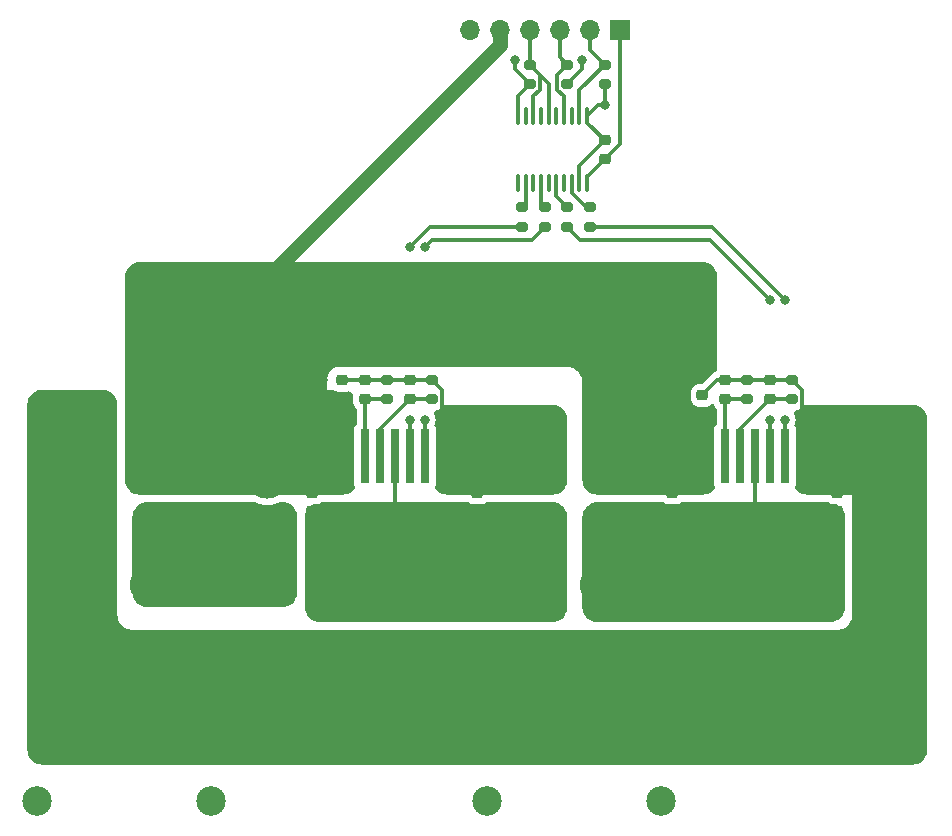
<source format=gbr>
%TF.GenerationSoftware,KiCad,Pcbnew,6.0.2+dfsg-1*%
%TF.CreationDate,2022-11-28T11:13:56-05:00*%
%TF.ProjectId,bts7960-clone-board,62747337-3936-4302-9d63-6c6f6e652d62,rev?*%
%TF.SameCoordinates,Original*%
%TF.FileFunction,Copper,L1,Top*%
%TF.FilePolarity,Positive*%
%FSLAX46Y46*%
G04 Gerber Fmt 4.6, Leading zero omitted, Abs format (unit mm)*
G04 Created by KiCad (PCBNEW 6.0.2+dfsg-1) date 2022-11-28 11:13:56*
%MOMM*%
%LPD*%
G01*
G04 APERTURE LIST*
G04 Aperture macros list*
%AMRoundRect*
0 Rectangle with rounded corners*
0 $1 Rounding radius*
0 $2 $3 $4 $5 $6 $7 $8 $9 X,Y pos of 4 corners*
0 Add a 4 corners polygon primitive as box body*
4,1,4,$2,$3,$4,$5,$6,$7,$8,$9,$2,$3,0*
0 Add four circle primitives for the rounded corners*
1,1,$1+$1,$2,$3*
1,1,$1+$1,$4,$5*
1,1,$1+$1,$6,$7*
1,1,$1+$1,$8,$9*
0 Add four rect primitives between the rounded corners*
20,1,$1+$1,$2,$3,$4,$5,0*
20,1,$1+$1,$4,$5,$6,$7,0*
20,1,$1+$1,$6,$7,$8,$9,0*
20,1,$1+$1,$8,$9,$2,$3,0*%
G04 Aperture macros list end*
%TA.AperFunction,SMDPad,CuDef*%
%ADD10RoundRect,0.225000X0.250000X-0.225000X0.250000X0.225000X-0.250000X0.225000X-0.250000X-0.225000X0*%
%TD*%
%TA.AperFunction,SMDPad,CuDef*%
%ADD11RoundRect,0.200000X0.275000X-0.200000X0.275000X0.200000X-0.275000X0.200000X-0.275000X-0.200000X0*%
%TD*%
%TA.AperFunction,ComponentPad*%
%ADD12R,1.700000X1.700000*%
%TD*%
%TA.AperFunction,ComponentPad*%
%ADD13O,1.700000X1.700000*%
%TD*%
%TA.AperFunction,SMDPad,CuDef*%
%ADD14RoundRect,0.225000X-0.250000X0.225000X-0.250000X-0.225000X0.250000X-0.225000X0.250000X0.225000X0*%
%TD*%
%TA.AperFunction,SMDPad,CuDef*%
%ADD15R,0.800000X4.600000*%
%TD*%
%TA.AperFunction,SMDPad,CuDef*%
%ADD16R,10.800000X9.400000*%
%TD*%
%TA.AperFunction,ComponentPad*%
%ADD17C,2.500000*%
%TD*%
%TA.AperFunction,ComponentPad*%
%ADD18O,7.000000X3.000000*%
%TD*%
%TA.AperFunction,ComponentPad*%
%ADD19R,1.600000X1.600000*%
%TD*%
%TA.AperFunction,ComponentPad*%
%ADD20C,1.600000*%
%TD*%
%TA.AperFunction,SMDPad,CuDef*%
%ADD21RoundRect,0.100000X-0.100000X0.637500X-0.100000X-0.637500X0.100000X-0.637500X0.100000X0.637500X0*%
%TD*%
%TA.AperFunction,ComponentPad*%
%ADD22C,3.500000*%
%TD*%
%TA.AperFunction,ViaPad*%
%ADD23C,0.800000*%
%TD*%
%TA.AperFunction,Conductor*%
%ADD24C,1.270000*%
%TD*%
%TA.AperFunction,Conductor*%
%ADD25C,0.350000*%
%TD*%
G04 APERTURE END LIST*
D10*
%TO.P,C11,1*%
%TO.N,MOTOR_A*%
X125730000Y-85865000D03*
%TO.P,C11,2*%
%TO.N,GND*%
X125730000Y-84315000D03*
%TD*%
D11*
%TO.P,R2,1*%
%TO.N,GND*%
X102870000Y-49720000D03*
%TO.P,R2,2*%
%TO.N,BACKWARD_MOTOR*%
X102870000Y-48070000D03*
%TD*%
%TO.P,R7,1*%
%TO.N,INH_B*%
X99060000Y-61785000D03*
%TO.P,R7,2*%
%TO.N,Net-(U1-Pad12)*%
X99060000Y-60135000D03*
%TD*%
D12*
%TO.P,J1,1,Pin_1*%
%TO.N,+3.3V*%
X107315000Y-45085000D03*
D13*
%TO.P,J1,2,Pin_2*%
%TO.N,FOREWARD_MOTOR*%
X104775000Y-45085000D03*
%TO.P,J1,3,Pin_3*%
%TO.N,BACKWARD_MOTOR*%
X102235000Y-45085000D03*
%TO.P,J1,4,Pin_4*%
%TO.N,ON*%
X99695000Y-45085000D03*
%TO.P,J1,5,Pin_5*%
%TO.N,+12V*%
X97155000Y-45085000D03*
%TO.P,J1,6,Pin_6*%
%TO.N,GND*%
X94615000Y-45085000D03*
%TD*%
D14*
%TO.P,C9,1*%
%TO.N,+12V*%
X111760000Y-84315000D03*
%TO.P,C9,2*%
%TO.N,MOTOR_A*%
X111760000Y-85865000D03*
%TD*%
D15*
%TO.P,Q2,1*%
%TO.N,GND*%
X92075000Y-81220000D03*
%TO.P,Q2,2,IN*%
%TO.N,IN_B*%
X90805000Y-81220000D03*
%TO.P,Q2,3,INH*%
%TO.N,INH_B*%
X89535000Y-81220000D03*
%TO.P,Q2,4*%
%TO.N,MOTOR_B*%
X88265000Y-81220000D03*
%TO.P,Q2,5,SR*%
%TO.N,Net-(C5-Pad1)*%
X86995000Y-81220000D03*
%TO.P,Q2,6,IS*%
%TO.N,Net-(C6-Pad1)*%
X85725000Y-81220000D03*
%TO.P,Q2,7*%
%TO.N,+12V*%
X84455000Y-81220000D03*
D16*
%TO.P,Q2,8*%
%TO.N,MOTOR_B*%
X88265000Y-90370000D03*
%TD*%
D10*
%TO.P,C3,1*%
%TO.N,Net-(C3-Pad1)*%
X116205000Y-76340000D03*
%TO.P,C3,2*%
%TO.N,GND*%
X116205000Y-74790000D03*
%TD*%
D17*
%TO.P,J2,*%
%TO.N,*%
X57999000Y-110423000D03*
X72731000Y-110423000D03*
D18*
%TO.P,J2,1,+*%
%TO.N,12V_UNFUSED*%
X69302000Y-92135000D03*
%TO.P,J2,2,-*%
%TO.N,GND*%
X61301000Y-92135000D03*
%TD*%
D11*
%TO.P,R11,1*%
%TO.N,Net-(C6-Pad1)*%
X87630000Y-76390000D03*
%TO.P,R11,2*%
%TO.N,GND*%
X87630000Y-74740000D03*
%TD*%
D10*
%TO.P,C4,1*%
%TO.N,Net-(C4-Pad1)*%
X120015000Y-76340000D03*
%TO.P,C4,2*%
%TO.N,GND*%
X120015000Y-74790000D03*
%TD*%
D11*
%TO.P,R9,1*%
%TO.N,Net-(C4-Pad1)*%
X121920000Y-76390000D03*
%TO.P,R9,2*%
%TO.N,GND*%
X121920000Y-74740000D03*
%TD*%
D10*
%TO.P,C12,1*%
%TO.N,MOTOR_B*%
X95250000Y-85865000D03*
%TO.P,C12,2*%
%TO.N,GND*%
X95250000Y-84315000D03*
%TD*%
D11*
%TO.P,R4,1*%
%TO.N,IN_A*%
X104775000Y-61785000D03*
%TO.P,R4,2*%
%TO.N,Net-(U1-Pad18)*%
X104775000Y-60135000D03*
%TD*%
D10*
%TO.P,C5,1*%
%TO.N,Net-(C5-Pad1)*%
X89535000Y-76340000D03*
%TO.P,C5,2*%
%TO.N,GND*%
X89535000Y-74790000D03*
%TD*%
D19*
%TO.P,C1,1*%
%TO.N,+12V*%
X66675000Y-79375000D03*
D20*
%TO.P,C1,2*%
%TO.N,GND*%
X63175000Y-79375000D03*
%TD*%
D15*
%TO.P,Q1,1*%
%TO.N,GND*%
X122555000Y-81220000D03*
%TO.P,Q1,2,IN*%
%TO.N,IN_A*%
X121285000Y-81220000D03*
%TO.P,Q1,3,INH*%
%TO.N,INH_A*%
X120015000Y-81220000D03*
%TO.P,Q1,4*%
%TO.N,MOTOR_A*%
X118745000Y-81220000D03*
%TO.P,Q1,5,SR*%
%TO.N,Net-(C4-Pad1)*%
X117475000Y-81220000D03*
%TO.P,Q1,6,IS*%
%TO.N,Net-(C3-Pad1)*%
X116205000Y-81220000D03*
%TO.P,Q1,7*%
%TO.N,+12V*%
X114935000Y-81220000D03*
D16*
%TO.P,Q1,8*%
%TO.N,MOTOR_A*%
X118745000Y-90370000D03*
%TD*%
D14*
%TO.P,C10,1*%
%TO.N,+12V*%
X81280000Y-84315000D03*
%TO.P,C10,2*%
%TO.N,MOTOR_B*%
X81280000Y-85865000D03*
%TD*%
D21*
%TO.P,U1,1,1OE*%
%TO.N,GND*%
X104525000Y-52382500D03*
%TO.P,U1,2,1A1*%
%TO.N,FOREWARD_MOTOR*%
X103875000Y-52382500D03*
%TO.P,U1,3,2Y4*%
%TO.N,unconnected-(U1-Pad3)*%
X103225000Y-52382500D03*
%TO.P,U1,4,1A2*%
%TO.N,BACKWARD_MOTOR*%
X102575000Y-52382500D03*
%TO.P,U1,5,2Y3*%
%TO.N,unconnected-(U1-Pad5)*%
X101925000Y-52382500D03*
%TO.P,U1,6,1A3*%
%TO.N,ON*%
X101275000Y-52382500D03*
%TO.P,U1,7,2Y2*%
%TO.N,unconnected-(U1-Pad7)*%
X100625000Y-52382500D03*
%TO.P,U1,8,1A4*%
%TO.N,ON*%
X99975000Y-52382500D03*
%TO.P,U1,9,2Y1*%
%TO.N,unconnected-(U1-Pad9)*%
X99325000Y-52382500D03*
%TO.P,U1,10,GND*%
%TO.N,GND*%
X98675000Y-52382500D03*
%TO.P,U1,11,2A1*%
%TO.N,unconnected-(U1-Pad11)*%
X98675000Y-58107500D03*
%TO.P,U1,12,1Y4*%
%TO.N,Net-(U1-Pad12)*%
X99325000Y-58107500D03*
%TO.P,U1,13,2A2*%
%TO.N,unconnected-(U1-Pad13)*%
X99975000Y-58107500D03*
%TO.P,U1,14,1Y3*%
%TO.N,Net-(U1-Pad14)*%
X100625000Y-58107500D03*
%TO.P,U1,15,2A3*%
%TO.N,unconnected-(U1-Pad15)*%
X101275000Y-58107500D03*
%TO.P,U1,16,1Y2*%
%TO.N,Net-(U1-Pad16)*%
X101925000Y-58107500D03*
%TO.P,U1,17,2A4*%
%TO.N,unconnected-(U1-Pad17)*%
X102575000Y-58107500D03*
%TO.P,U1,18,1Y1*%
%TO.N,Net-(U1-Pad18)*%
X103225000Y-58107500D03*
%TO.P,U1,19,2OE*%
%TO.N,GND*%
X103875000Y-58107500D03*
%TO.P,U1,20,VCC*%
%TO.N,+3.3V*%
X104525000Y-58107500D03*
%TD*%
D11*
%TO.P,R8,1*%
%TO.N,Net-(C3-Pad1)*%
X118110000Y-76390000D03*
%TO.P,R8,2*%
%TO.N,GND*%
X118110000Y-74740000D03*
%TD*%
D10*
%TO.P,C2,1*%
%TO.N,+3.3V*%
X106045000Y-56020000D03*
%TO.P,C2,2*%
%TO.N,GND*%
X106045000Y-54470000D03*
%TD*%
%TO.P,C6,1*%
%TO.N,Net-(C6-Pad1)*%
X85725000Y-76340000D03*
%TO.P,C6,2*%
%TO.N,GND*%
X85725000Y-74790000D03*
%TD*%
D11*
%TO.P,R1,1*%
%TO.N,GND*%
X106045000Y-49720000D03*
%TO.P,R1,2*%
%TO.N,FOREWARD_MOTOR*%
X106045000Y-48070000D03*
%TD*%
D22*
%TO.P,F1,1*%
%TO.N,12V_UNFUSED*%
X77470000Y-87120000D03*
X77470000Y-92200000D03*
%TO.P,F1,2*%
%TO.N,+12V*%
X77470000Y-77980000D03*
X77470000Y-83060000D03*
%TD*%
D10*
%TO.P,C7,1*%
%TO.N,+12V*%
X83820000Y-76340000D03*
%TO.P,C7,2*%
%TO.N,GND*%
X83820000Y-74790000D03*
%TD*%
D11*
%TO.P,R10,1*%
%TO.N,Net-(C5-Pad1)*%
X91440000Y-76390000D03*
%TO.P,R10,2*%
%TO.N,GND*%
X91440000Y-74740000D03*
%TD*%
%TO.P,R6,1*%
%TO.N,IN_B*%
X100965000Y-61785000D03*
%TO.P,R6,2*%
%TO.N,Net-(U1-Pad14)*%
X100965000Y-60135000D03*
%TD*%
D17*
%TO.P,J3,*%
%TO.N,*%
X110831000Y-110423000D03*
X96099000Y-110423000D03*
D18*
%TO.P,J3,1,+*%
%TO.N,MOTOR_A*%
X107402000Y-92135000D03*
%TO.P,J3,2,-*%
%TO.N,MOTOR_B*%
X99401000Y-92135000D03*
%TD*%
D10*
%TO.P,C8,1*%
%TO.N,+12V*%
X114300000Y-77610000D03*
%TO.P,C8,2*%
%TO.N,GND*%
X114300000Y-76060000D03*
%TD*%
D11*
%TO.P,R3,1*%
%TO.N,GND*%
X99695000Y-49720000D03*
%TO.P,R3,2*%
%TO.N,ON*%
X99695000Y-48070000D03*
%TD*%
%TO.P,R5,1*%
%TO.N,INH_A*%
X102870000Y-61785000D03*
%TO.P,R5,2*%
%TO.N,Net-(U1-Pad16)*%
X102870000Y-60135000D03*
%TD*%
D23*
%TO.N,GND*%
X95885000Y-77470000D03*
X125095000Y-82550000D03*
X125095000Y-78740000D03*
X127635000Y-77470000D03*
X99695000Y-77470000D03*
X98425000Y-77470000D03*
X130175000Y-80010000D03*
X126365000Y-82550000D03*
X130175000Y-77470000D03*
X125095000Y-77470000D03*
X126365000Y-77470000D03*
X130175000Y-82550000D03*
X99695000Y-78740000D03*
X127635000Y-82550000D03*
X126365000Y-80010000D03*
X94615000Y-77470000D03*
X94615000Y-82550000D03*
X95885000Y-82550000D03*
X127635000Y-81280000D03*
X98425000Y-47625000D03*
X106045000Y-51435000D03*
X125095000Y-80010000D03*
X127635000Y-80010000D03*
X130175000Y-78740000D03*
X97155000Y-77470000D03*
X130175000Y-81280000D03*
X99695000Y-82550000D03*
X97155000Y-82550000D03*
X94615000Y-78740000D03*
X94615000Y-80010000D03*
X104140000Y-47625000D03*
X98425000Y-78740000D03*
X128905000Y-80010000D03*
X98425000Y-81280000D03*
X126365000Y-81280000D03*
X128905000Y-77470000D03*
X125095000Y-81280000D03*
X127635000Y-78740000D03*
X126365000Y-78740000D03*
X95885000Y-81280000D03*
X94615000Y-81280000D03*
X95885000Y-80010000D03*
X97155000Y-78740000D03*
X97155000Y-81280000D03*
X128905000Y-82550000D03*
X128905000Y-78740000D03*
X98425000Y-80010000D03*
X99695000Y-81280000D03*
X98425000Y-82550000D03*
X95885000Y-78740000D03*
X99695000Y-80010000D03*
X128905000Y-81280000D03*
X97155000Y-80010000D03*
%TO.N,IN_A*%
X121285000Y-67945000D03*
X121285000Y-78105000D03*
%TO.N,INH_A*%
X120015000Y-78105000D03*
X120015000Y-67945000D03*
%TO.N,IN_B*%
X90805000Y-78105000D03*
X90805000Y-63500000D03*
%TO.N,INH_B*%
X89535000Y-63500000D03*
X89535000Y-78105000D03*
%TD*%
D24*
%TO.N,+12V*%
X97155000Y-46355000D02*
X97155000Y-45085000D01*
X66675000Y-76835000D02*
X97155000Y-46355000D01*
X66675000Y-79375000D02*
X66675000Y-76835000D01*
D25*
%TO.N,GND*%
X106045000Y-49720000D02*
X106045000Y-51435000D01*
X104525000Y-52382500D02*
X104525000Y-52950000D01*
X85725000Y-74740000D02*
X83820000Y-74740000D01*
X104140000Y-47625000D02*
X104140000Y-48450000D01*
X116205000Y-74740000D02*
X115570000Y-74740000D01*
X92289520Y-75589520D02*
X92289520Y-81005480D01*
X98675000Y-52382500D02*
X98675000Y-50740000D01*
X98675000Y-50740000D02*
X99695000Y-49720000D01*
X104525000Y-52950000D02*
X106045000Y-54470000D01*
X98425000Y-47625000D02*
X98425000Y-48450000D01*
X121920000Y-74740000D02*
X122769520Y-75589520D01*
X92289520Y-81005480D02*
X92075000Y-81220000D01*
X91440000Y-74740000D02*
X92289520Y-75589520D01*
X122769520Y-81005480D02*
X122555000Y-81220000D01*
X104140000Y-48450000D02*
X102870000Y-49720000D01*
X115570000Y-74740000D02*
X114300000Y-76010000D01*
X91440000Y-74740000D02*
X89535000Y-74740000D01*
X120015000Y-74740000D02*
X118110000Y-74740000D01*
X87630000Y-74740000D02*
X85725000Y-74740000D01*
X122769520Y-75589520D02*
X122769520Y-81005480D01*
X106045000Y-51435000D02*
X105472500Y-51435000D01*
X98425000Y-48450000D02*
X99695000Y-49720000D01*
X121920000Y-74740000D02*
X120015000Y-74740000D01*
X103875000Y-58107500D02*
X103875000Y-56640000D01*
X89535000Y-74740000D02*
X87630000Y-74740000D01*
X103875000Y-56640000D02*
X106045000Y-54470000D01*
X118110000Y-74740000D02*
X116205000Y-74740000D01*
X105472500Y-51435000D02*
X104525000Y-52382500D01*
%TO.N,+3.3V*%
X107315000Y-54750000D02*
X106045000Y-56020000D01*
X104525000Y-58107500D02*
X104525000Y-57540000D01*
X107315000Y-45085000D02*
X107315000Y-54750000D01*
X104525000Y-57540000D02*
X106045000Y-56020000D01*
%TO.N,BACKWARD_MOTOR*%
X102020480Y-48919520D02*
X102870000Y-48070000D01*
X102575000Y-52382500D02*
X102575000Y-50712493D01*
X102235000Y-45085000D02*
X102235000Y-47435000D01*
X102020480Y-50157973D02*
X102020480Y-48919520D01*
X102575000Y-50712493D02*
X102020480Y-50157973D01*
X102235000Y-47435000D02*
X102870000Y-48070000D01*
%TO.N,FOREWARD_MOTOR*%
X104775000Y-45085000D02*
X104775000Y-46800000D01*
X103875000Y-52382500D02*
X103875000Y-50240000D01*
X104775000Y-46800000D02*
X106045000Y-48070000D01*
X103875000Y-50240000D02*
X106045000Y-48070000D01*
%TO.N,ON*%
X101275000Y-52382500D02*
X101275000Y-49650000D01*
X99975000Y-50727493D02*
X100544520Y-50157973D01*
X100544520Y-50157973D02*
X100544520Y-48919520D01*
X99975000Y-52382500D02*
X99975000Y-50727493D01*
X101275000Y-49650000D02*
X99695000Y-48070000D01*
X100544520Y-48919520D02*
X99695000Y-48070000D01*
X99695000Y-45085000D02*
X99695000Y-48070000D01*
%TO.N,MOTOR_A*%
X118745000Y-81220000D02*
X118745000Y-90370000D01*
%TO.N,MOTOR_B*%
X88265000Y-81220000D02*
X88265000Y-90370000D01*
%TO.N,IN_A*%
X104775000Y-61785000D02*
X115125000Y-61785000D01*
X121285000Y-78105000D02*
X121285000Y-81220000D01*
X115125000Y-61785000D02*
X121285000Y-67945000D01*
%TO.N,INH_A*%
X102870000Y-61785000D02*
X103950000Y-62865000D01*
X103950000Y-62865000D02*
X114935000Y-62865000D01*
X120015000Y-78105000D02*
X120015000Y-81220000D01*
X114935000Y-62865000D02*
X120015000Y-67945000D01*
%TO.N,IN_B*%
X99885000Y-62865000D02*
X91440000Y-62865000D01*
X91440000Y-62865000D02*
X90805000Y-63500000D01*
X100965000Y-61785000D02*
X99885000Y-62865000D01*
X90805000Y-78105000D02*
X90805000Y-81220000D01*
%TO.N,INH_B*%
X89535000Y-78105000D02*
X89535000Y-81220000D01*
X99060000Y-61785000D02*
X91250000Y-61785000D01*
X91250000Y-61785000D02*
X89535000Y-63500000D01*
%TO.N,Net-(U1-Pad18)*%
X103225000Y-58107500D02*
X103225000Y-58944022D01*
X103225000Y-58944022D02*
X104415978Y-60135000D01*
X104415978Y-60135000D02*
X104775000Y-60135000D01*
%TO.N,Net-(U1-Pad16)*%
X101925000Y-59190000D02*
X102870000Y-60135000D01*
X101925000Y-58107500D02*
X101925000Y-59190000D01*
%TO.N,Net-(U1-Pad14)*%
X100625000Y-58107500D02*
X100625000Y-59795000D01*
X100625000Y-59795000D02*
X100965000Y-60135000D01*
%TO.N,Net-(U1-Pad12)*%
X99325000Y-58107500D02*
X99325000Y-59870000D01*
X99325000Y-59870000D02*
X99060000Y-60135000D01*
%TO.N,Net-(C3-Pad1)*%
X118110000Y-76390000D02*
X116205000Y-76390000D01*
X116205000Y-76390000D02*
X116205000Y-81220000D01*
%TO.N,Net-(C4-Pad1)*%
X121920000Y-76390000D02*
X120015000Y-76390000D01*
X120015000Y-76390000D02*
X117475000Y-78930000D01*
X117475000Y-78930000D02*
X117475000Y-81220000D01*
%TO.N,Net-(C5-Pad1)*%
X86995000Y-78930000D02*
X86995000Y-81220000D01*
X91440000Y-76390000D02*
X89535000Y-76390000D01*
X89535000Y-76390000D02*
X86995000Y-78930000D01*
%TO.N,Net-(C6-Pad1)*%
X87630000Y-76390000D02*
X85725000Y-76390000D01*
X85725000Y-76390000D02*
X85725000Y-81220000D01*
%TD*%
%TA.AperFunction,Conductor*%
%TO.N,+12V*%
G36*
X83112298Y-75594552D02*
G01*
X83118528Y-75598392D01*
X83118529Y-75598393D01*
X83214091Y-75657298D01*
X83257899Y-75684302D01*
X83420243Y-75738149D01*
X83427080Y-75738849D01*
X83427082Y-75738850D01*
X83468401Y-75743083D01*
X83521268Y-75748500D01*
X84118732Y-75748500D01*
X84121978Y-75748163D01*
X84121982Y-75748163D01*
X84156083Y-75744625D01*
X84221019Y-75737887D01*
X84313214Y-75707128D01*
X84384162Y-75704544D01*
X84406337Y-75712457D01*
X84445008Y-75730489D01*
X84464026Y-75741468D01*
X84474069Y-75748500D01*
X84627314Y-75855804D01*
X84644138Y-75869922D01*
X84708345Y-75934129D01*
X84742371Y-75996441D01*
X84744594Y-76036065D01*
X84741828Y-76063066D01*
X84741500Y-76066268D01*
X84741500Y-76613732D01*
X84752113Y-76716019D01*
X84806244Y-76878268D01*
X84896248Y-77023713D01*
X84901430Y-77028886D01*
X85004518Y-77131794D01*
X85038597Y-77194076D01*
X85041500Y-77220967D01*
X85041500Y-78433934D01*
X85021498Y-78502055D01*
X84991068Y-78534758D01*
X84961739Y-78556739D01*
X84874385Y-78673295D01*
X84823255Y-78809684D01*
X84816500Y-78871866D01*
X84816500Y-83568134D01*
X84823255Y-83630316D01*
X84874385Y-83766705D01*
X84874823Y-83767289D01*
X84889103Y-83832596D01*
X84866627Y-83896013D01*
X84799196Y-83992314D01*
X84785078Y-84009138D01*
X84644138Y-84150078D01*
X84627314Y-84164196D01*
X84464026Y-84278532D01*
X84445015Y-84289508D01*
X84287193Y-84363102D01*
X84264357Y-84373751D01*
X84243717Y-84381263D01*
X84051178Y-84432854D01*
X84029555Y-84436666D01*
X83873516Y-84450318D01*
X83825474Y-84454521D01*
X83814493Y-84455000D01*
X66680507Y-84455000D01*
X66669526Y-84454521D01*
X66621484Y-84450318D01*
X66465445Y-84436666D01*
X66443822Y-84432854D01*
X66251283Y-84381263D01*
X66230643Y-84373751D01*
X66207807Y-84363102D01*
X66049985Y-84289508D01*
X66030974Y-84278532D01*
X65867686Y-84164196D01*
X65850862Y-84150078D01*
X65709922Y-84009138D01*
X65695804Y-83992314D01*
X65628373Y-83896013D01*
X65581468Y-83829026D01*
X65570492Y-83810015D01*
X65486249Y-83629357D01*
X65478737Y-83608718D01*
X65427147Y-83416182D01*
X65423333Y-83394552D01*
X65405479Y-83190474D01*
X65405000Y-83179493D01*
X65405000Y-75565000D01*
X83082694Y-75565000D01*
X83112298Y-75594552D01*
G37*
%TD.AperFunction*%
%TD*%
%TA.AperFunction,Conductor*%
%TO.N,+12V*%
G36*
X113592298Y-76864552D02*
G01*
X113737899Y-76954302D01*
X113900243Y-77008149D01*
X113907080Y-77008849D01*
X113907082Y-77008850D01*
X113948401Y-77013083D01*
X114001268Y-77018500D01*
X114598732Y-77018500D01*
X114601978Y-77018163D01*
X114601982Y-77018163D01*
X114636083Y-77014625D01*
X114701019Y-77007887D01*
X114854726Y-76956606D01*
X114856324Y-76956073D01*
X114856326Y-76956072D01*
X114863268Y-76953756D01*
X115008713Y-76863752D01*
X115013886Y-76858570D01*
X115037415Y-76835000D01*
X115268468Y-76835000D01*
X115277659Y-76852536D01*
X115286244Y-76878268D01*
X115290096Y-76884492D01*
X115290096Y-76884493D01*
X115372394Y-77017485D01*
X115376248Y-77023713D01*
X115381430Y-77028886D01*
X115484518Y-77131794D01*
X115518597Y-77194076D01*
X115521500Y-77220967D01*
X115521500Y-78433934D01*
X115501498Y-78502055D01*
X115471068Y-78534758D01*
X115441739Y-78556739D01*
X115354385Y-78673295D01*
X115303255Y-78809684D01*
X115296500Y-78871866D01*
X115296500Y-83568134D01*
X115303255Y-83630316D01*
X115354385Y-83766705D01*
X115354823Y-83767289D01*
X115369103Y-83832596D01*
X115346627Y-83896013D01*
X115279196Y-83992314D01*
X115265078Y-84009138D01*
X115124138Y-84150078D01*
X115107314Y-84164196D01*
X114944026Y-84278532D01*
X114925015Y-84289508D01*
X114767193Y-84363102D01*
X114744357Y-84373751D01*
X114723717Y-84381263D01*
X114531178Y-84432854D01*
X114509555Y-84436666D01*
X114353516Y-84450318D01*
X114305474Y-84454521D01*
X114294493Y-84455000D01*
X105415507Y-84455000D01*
X105404526Y-84454521D01*
X105356484Y-84450318D01*
X105200445Y-84436666D01*
X105178822Y-84432854D01*
X104986283Y-84381263D01*
X104965643Y-84373751D01*
X104942807Y-84363102D01*
X104784985Y-84289508D01*
X104765974Y-84278532D01*
X104602686Y-84164196D01*
X104585862Y-84150078D01*
X104444922Y-84009138D01*
X104430804Y-83992314D01*
X104363373Y-83896013D01*
X104316468Y-83829026D01*
X104305492Y-83810015D01*
X104221249Y-83629357D01*
X104213737Y-83608718D01*
X104162147Y-83416182D01*
X104158333Y-83394552D01*
X104140479Y-83190474D01*
X104140000Y-83179493D01*
X104140000Y-76835000D01*
X113562694Y-76835000D01*
X113592298Y-76864552D01*
G37*
%TD.AperFunction*%
%TD*%
%TA.AperFunction,Conductor*%
%TO.N,GND*%
G36*
X63505474Y-75565479D02*
G01*
X63553516Y-75569682D01*
X63709555Y-75583334D01*
X63731178Y-75587146D01*
X63881625Y-75627458D01*
X63923718Y-75638737D01*
X63944358Y-75646249D01*
X64125015Y-75730492D01*
X64144026Y-75741468D01*
X64285489Y-75840522D01*
X64307314Y-75855804D01*
X64324138Y-75869922D01*
X64465078Y-76010862D01*
X64479196Y-76027686D01*
X64593532Y-76190974D01*
X64604508Y-76209985D01*
X64678102Y-76367807D01*
X64688751Y-76390643D01*
X64696263Y-76411282D01*
X64747853Y-76603818D01*
X64751667Y-76625448D01*
X64769521Y-76829526D01*
X64770000Y-76840507D01*
X64770000Y-93980000D01*
X57150000Y-93980000D01*
X57150000Y-76840507D01*
X57150479Y-76829526D01*
X57168333Y-76625448D01*
X57172147Y-76603818D01*
X57223737Y-76411282D01*
X57231249Y-76390643D01*
X57241898Y-76367807D01*
X57315492Y-76209985D01*
X57326468Y-76190974D01*
X57440804Y-76027686D01*
X57454922Y-76010862D01*
X57595862Y-75869922D01*
X57612686Y-75855804D01*
X57634511Y-75840522D01*
X57775974Y-75741468D01*
X57794985Y-75730492D01*
X57975642Y-75646249D01*
X57996282Y-75638737D01*
X58038375Y-75627458D01*
X58188822Y-75587146D01*
X58210445Y-75583334D01*
X58366484Y-75569682D01*
X58414526Y-75565479D01*
X58425507Y-75565000D01*
X63494493Y-75565000D01*
X63505474Y-75565479D01*
G37*
%TD.AperFunction*%
%TD*%
%TA.AperFunction,Conductor*%
%TO.N,+12V*%
G36*
X114305474Y-64770479D02*
G01*
X114353516Y-64774682D01*
X114509555Y-64788334D01*
X114531178Y-64792146D01*
X114681625Y-64832458D01*
X114723718Y-64843737D01*
X114744358Y-64851249D01*
X114925015Y-64935492D01*
X114944026Y-64946468D01*
X115085489Y-65045522D01*
X115107314Y-65060804D01*
X115124138Y-65074922D01*
X115265078Y-65215862D01*
X115279196Y-65232686D01*
X115393532Y-65395974D01*
X115404508Y-65414985D01*
X115478102Y-65572807D01*
X115488751Y-65595643D01*
X115496263Y-65616282D01*
X115547853Y-65808818D01*
X115551667Y-65830448D01*
X115569521Y-66034526D01*
X115570000Y-66045507D01*
X115570000Y-73870431D01*
X115549998Y-73938552D01*
X115510304Y-73977574D01*
X115496287Y-73986248D01*
X115491114Y-73991430D01*
X115436177Y-74046463D01*
X115383422Y-74078067D01*
X115378473Y-74079561D01*
X115370996Y-74080866D01*
X115364048Y-74083916D01*
X115364041Y-74083918D01*
X115314659Y-74105595D01*
X115308554Y-74108086D01*
X115258118Y-74127145D01*
X115258115Y-74127147D01*
X115251011Y-74129831D01*
X115244754Y-74134131D01*
X115240286Y-74136467D01*
X115230840Y-74141725D01*
X115226474Y-74144307D01*
X115219515Y-74147362D01*
X115170696Y-74184823D01*
X115165377Y-74188686D01*
X115126679Y-74215283D01*
X115114674Y-74223534D01*
X115109623Y-74229203D01*
X115074768Y-74268323D01*
X115069787Y-74273598D01*
X114278790Y-75064595D01*
X114216478Y-75098621D01*
X114189695Y-75101500D01*
X114001268Y-75101500D01*
X113998022Y-75101837D01*
X113998018Y-75101837D01*
X113963917Y-75105375D01*
X113898981Y-75112113D01*
X113892440Y-75114295D01*
X113892441Y-75114295D01*
X113743676Y-75163927D01*
X113743674Y-75163928D01*
X113736732Y-75166244D01*
X113591287Y-75256248D01*
X113470448Y-75377298D01*
X113466608Y-75383528D01*
X113466607Y-75383529D01*
X113401212Y-75489620D01*
X113380698Y-75522899D01*
X113326851Y-75685243D01*
X113316500Y-75786268D01*
X113316500Y-76333732D01*
X113327113Y-76436019D01*
X113329295Y-76442559D01*
X113378644Y-76590474D01*
X113381244Y-76598268D01*
X113471248Y-76743713D01*
X113476430Y-76748886D01*
X113518752Y-76791134D01*
X113592298Y-76864552D01*
X113598528Y-76868392D01*
X113598529Y-76868393D01*
X113703432Y-76933056D01*
X113737899Y-76954302D01*
X113900243Y-77008149D01*
X113907080Y-77008849D01*
X113907082Y-77008850D01*
X113948401Y-77013083D01*
X114001268Y-77018500D01*
X114598732Y-77018500D01*
X114601978Y-77018163D01*
X114601982Y-77018163D01*
X114636083Y-77014625D01*
X114701019Y-77007887D01*
X114854726Y-76956606D01*
X114856324Y-76956073D01*
X114856326Y-76956072D01*
X114863268Y-76953756D01*
X115008713Y-76863752D01*
X115068964Y-76803396D01*
X115131245Y-76769317D01*
X115202065Y-76774320D01*
X115258938Y-76816816D01*
X115277659Y-76852536D01*
X115286244Y-76878268D01*
X115290096Y-76884492D01*
X115290096Y-76884493D01*
X115372394Y-77017485D01*
X115376248Y-77023713D01*
X115451110Y-77098444D01*
X115484518Y-77131794D01*
X115518597Y-77194076D01*
X115521500Y-77220967D01*
X115521500Y-78433934D01*
X115501498Y-78502055D01*
X115471068Y-78534758D01*
X115441739Y-78556739D01*
X115354385Y-78673295D01*
X115303255Y-78809684D01*
X115296500Y-78871866D01*
X115296500Y-83568134D01*
X115303255Y-83630316D01*
X115354385Y-83766705D01*
X115354823Y-83767289D01*
X115369103Y-83832596D01*
X115346627Y-83896013D01*
X115279196Y-83992314D01*
X115265078Y-84009138D01*
X115124138Y-84150078D01*
X115107314Y-84164196D01*
X114944026Y-84278532D01*
X114925015Y-84289508D01*
X114767193Y-84363102D01*
X114744357Y-84373751D01*
X114723717Y-84381263D01*
X114531178Y-84432854D01*
X114509555Y-84436666D01*
X114353516Y-84450318D01*
X114305474Y-84454521D01*
X114294493Y-84455000D01*
X105415507Y-84455000D01*
X105404526Y-84454521D01*
X105356484Y-84450318D01*
X105200445Y-84436666D01*
X105178822Y-84432854D01*
X104986283Y-84381263D01*
X104965643Y-84373751D01*
X104942807Y-84363102D01*
X104784985Y-84289508D01*
X104765974Y-84278532D01*
X104602686Y-84164196D01*
X104585862Y-84150078D01*
X104444922Y-84009138D01*
X104430804Y-83992314D01*
X104363373Y-83896013D01*
X104316468Y-83829026D01*
X104305492Y-83810015D01*
X104221249Y-83629357D01*
X104213737Y-83608718D01*
X104162147Y-83416182D01*
X104158333Y-83394552D01*
X104140479Y-83190474D01*
X104140000Y-83179493D01*
X104140000Y-74930000D01*
X104120706Y-74709467D01*
X104063410Y-74495634D01*
X104031254Y-74426676D01*
X103972178Y-74299987D01*
X103972175Y-74299982D01*
X103969852Y-74295000D01*
X103869712Y-74151985D01*
X103846035Y-74118171D01*
X103846033Y-74118168D01*
X103842876Y-74113660D01*
X103686340Y-73957124D01*
X103681832Y-73953967D01*
X103681829Y-73953965D01*
X103562530Y-73870431D01*
X103505000Y-73830148D01*
X103500018Y-73827825D01*
X103500013Y-73827822D01*
X103309348Y-73738913D01*
X103309346Y-73738912D01*
X103304366Y-73736590D01*
X103299058Y-73735168D01*
X103299056Y-73735167D01*
X103095848Y-73680718D01*
X103095846Y-73680718D01*
X103090533Y-73679294D01*
X102962363Y-73668081D01*
X102872724Y-73660238D01*
X102872717Y-73660238D01*
X102870000Y-73660000D01*
X83502500Y-73660000D01*
X83499427Y-73660303D01*
X83499420Y-73660303D01*
X83386216Y-73671453D01*
X83316676Y-73678302D01*
X83137994Y-73732505D01*
X83132539Y-73735421D01*
X83132536Y-73735422D01*
X83130351Y-73736590D01*
X82973319Y-73820525D01*
X82828981Y-73938981D01*
X82710525Y-74083319D01*
X82707608Y-74088777D01*
X82707607Y-74088778D01*
X82654206Y-74188686D01*
X82622505Y-74247994D01*
X82568302Y-74426676D01*
X82550000Y-74612500D01*
X82564710Y-74761858D01*
X82550000Y-74930000D01*
X82550000Y-84455000D01*
X66680507Y-84455000D01*
X66669526Y-84454521D01*
X66621484Y-84450318D01*
X66465445Y-84436666D01*
X66443822Y-84432854D01*
X66251283Y-84381263D01*
X66230643Y-84373751D01*
X66207807Y-84363102D01*
X66049985Y-84289508D01*
X66030974Y-84278532D01*
X65867686Y-84164196D01*
X65850862Y-84150078D01*
X65709922Y-84009138D01*
X65695804Y-83992314D01*
X65628373Y-83896013D01*
X65581468Y-83829026D01*
X65570492Y-83810015D01*
X65486249Y-83629357D01*
X65478737Y-83608718D01*
X65427147Y-83416182D01*
X65423333Y-83394552D01*
X65405479Y-83190474D01*
X65405000Y-83179493D01*
X65405000Y-66045507D01*
X65405479Y-66034526D01*
X65423333Y-65830448D01*
X65427147Y-65808818D01*
X65478737Y-65616282D01*
X65486249Y-65595643D01*
X65496898Y-65572807D01*
X65570492Y-65414985D01*
X65581468Y-65395974D01*
X65695804Y-65232686D01*
X65709922Y-65215862D01*
X65850862Y-65074922D01*
X65867686Y-65060804D01*
X65889511Y-65045522D01*
X66030974Y-64946468D01*
X66049985Y-64935492D01*
X66230642Y-64851249D01*
X66251282Y-64843737D01*
X66293375Y-64832458D01*
X66443822Y-64792146D01*
X66465445Y-64788334D01*
X66621484Y-64774682D01*
X66669526Y-64770479D01*
X66680507Y-64770000D01*
X114294493Y-64770000D01*
X114305474Y-64770479D01*
G37*
%TD.AperFunction*%
%TD*%
%TA.AperFunction,Conductor*%
%TO.N,GND*%
G36*
X132085474Y-76835479D02*
G01*
X132133516Y-76839682D01*
X132289555Y-76853334D01*
X132311178Y-76857146D01*
X132378362Y-76875148D01*
X132503718Y-76908737D01*
X132524358Y-76916249D01*
X132705015Y-77000492D01*
X132724026Y-77011468D01*
X132865489Y-77110522D01*
X132887314Y-77125804D01*
X132904138Y-77139922D01*
X133045078Y-77280862D01*
X133059196Y-77297686D01*
X133173532Y-77460974D01*
X133184508Y-77479985D01*
X133258102Y-77637807D01*
X133268751Y-77660643D01*
X133276263Y-77681282D01*
X133327853Y-77873818D01*
X133331666Y-77895445D01*
X133333958Y-77921635D01*
X133349521Y-78099526D01*
X133350000Y-78110507D01*
X133350000Y-84455000D01*
X123195507Y-84455000D01*
X123184526Y-84454521D01*
X123136484Y-84450318D01*
X122980445Y-84436666D01*
X122958822Y-84432854D01*
X122766283Y-84381263D01*
X122745643Y-84373751D01*
X122722807Y-84363102D01*
X122564985Y-84289508D01*
X122545974Y-84278532D01*
X122382686Y-84164196D01*
X122365862Y-84150078D01*
X122224922Y-84009138D01*
X122210804Y-83992314D01*
X122143373Y-83896013D01*
X122120685Y-83828739D01*
X122135082Y-83767416D01*
X122135615Y-83766705D01*
X122186745Y-83630316D01*
X122193500Y-83568134D01*
X122193500Y-78871866D01*
X122186745Y-78809684D01*
X122135615Y-78673295D01*
X122112240Y-78642105D01*
X122087392Y-78575600D01*
X122103946Y-78503542D01*
X122119527Y-78476556D01*
X122178542Y-78294928D01*
X122198504Y-78105000D01*
X122178542Y-77915072D01*
X122119527Y-77733444D01*
X122068112Y-77644391D01*
X122051374Y-77575396D01*
X122063036Y-77528141D01*
X122085492Y-77479985D01*
X122096468Y-77460974D01*
X122173879Y-77350420D01*
X122229337Y-77306092D01*
X122265564Y-77297219D01*
X122325062Y-77291753D01*
X122359815Y-77280862D01*
X122481450Y-77242744D01*
X122481452Y-77242743D01*
X122488699Y-77240472D01*
X122635381Y-77151639D01*
X122756639Y-77030381D01*
X122816472Y-76931584D01*
X122868869Y-76883677D01*
X122891634Y-76875149D01*
X122958822Y-76857146D01*
X122980445Y-76853334D01*
X123136484Y-76839682D01*
X123184526Y-76835479D01*
X123195507Y-76835000D01*
X132074493Y-76835000D01*
X132085474Y-76835479D01*
G37*
%TD.AperFunction*%
%TD*%
%TA.AperFunction,Conductor*%
%TO.N,12V_UNFUSED*%
G36*
X76506388Y-85102994D02*
G01*
X76600145Y-85149230D01*
X76600152Y-85149233D01*
X76603855Y-85151059D01*
X76607769Y-85152388D01*
X76607770Y-85152388D01*
X76880290Y-85244896D01*
X76880294Y-85244897D01*
X76884203Y-85246224D01*
X76888247Y-85247028D01*
X76888253Y-85247030D01*
X77170535Y-85303180D01*
X77170541Y-85303181D01*
X77174574Y-85303983D01*
X77178679Y-85304252D01*
X77178686Y-85304253D01*
X77465881Y-85323076D01*
X77470000Y-85323346D01*
X77474119Y-85323076D01*
X77761314Y-85304253D01*
X77761321Y-85304252D01*
X77765426Y-85303983D01*
X77769459Y-85303181D01*
X77769465Y-85303180D01*
X78051747Y-85247030D01*
X78051753Y-85247028D01*
X78055797Y-85246224D01*
X78059706Y-85244897D01*
X78059710Y-85244896D01*
X78332230Y-85152388D01*
X78332231Y-85152388D01*
X78336145Y-85151059D01*
X78339848Y-85149233D01*
X78339855Y-85149230D01*
X78433612Y-85102994D01*
X78489340Y-85090000D01*
X78734493Y-85090000D01*
X78745474Y-85090479D01*
X78793516Y-85094682D01*
X78949555Y-85108334D01*
X78971178Y-85112146D01*
X79109577Y-85149230D01*
X79163718Y-85163737D01*
X79184358Y-85171249D01*
X79365015Y-85255492D01*
X79384026Y-85266468D01*
X79525489Y-85365522D01*
X79547314Y-85380804D01*
X79564138Y-85394922D01*
X79705078Y-85535862D01*
X79719196Y-85552686D01*
X79833532Y-85715974D01*
X79844508Y-85734985D01*
X79918102Y-85892807D01*
X79928751Y-85915643D01*
X79936263Y-85936282D01*
X79987853Y-86128818D01*
X79991667Y-86150448D01*
X80009521Y-86354526D01*
X80010000Y-86365507D01*
X80010000Y-92704493D01*
X80009521Y-92715474D01*
X79991667Y-92919552D01*
X79987853Y-92941182D01*
X79936263Y-93133718D01*
X79928751Y-93154357D01*
X79844508Y-93335015D01*
X79833532Y-93354026D01*
X79734478Y-93495489D01*
X79719196Y-93517314D01*
X79705078Y-93534138D01*
X79564138Y-93675078D01*
X79547314Y-93689196D01*
X79384026Y-93803532D01*
X79365015Y-93814508D01*
X79207193Y-93888102D01*
X79184357Y-93898751D01*
X79163717Y-93906263D01*
X78971178Y-93957854D01*
X78949555Y-93961666D01*
X78793516Y-93975318D01*
X78745474Y-93979521D01*
X78734493Y-93980000D01*
X67315507Y-93980000D01*
X67304526Y-93979521D01*
X67256484Y-93975318D01*
X67100445Y-93961666D01*
X67078822Y-93957854D01*
X66886283Y-93906263D01*
X66865643Y-93898751D01*
X66842807Y-93888102D01*
X66684985Y-93814508D01*
X66665974Y-93803532D01*
X66502686Y-93689196D01*
X66485862Y-93675078D01*
X66344922Y-93534138D01*
X66330804Y-93517314D01*
X66315522Y-93495489D01*
X66216468Y-93354026D01*
X66205492Y-93335015D01*
X66121249Y-93154357D01*
X66113737Y-93133718D01*
X66062147Y-92941182D01*
X66058333Y-92919552D01*
X66040479Y-92715474D01*
X66040000Y-92704493D01*
X66040000Y-86365507D01*
X66040479Y-86354526D01*
X66058333Y-86150448D01*
X66062147Y-86128818D01*
X66113737Y-85936282D01*
X66121249Y-85915643D01*
X66131898Y-85892807D01*
X66205492Y-85734985D01*
X66216468Y-85715974D01*
X66330804Y-85552686D01*
X66344922Y-85535862D01*
X66485862Y-85394922D01*
X66502686Y-85380804D01*
X66524511Y-85365522D01*
X66665974Y-85266468D01*
X66684985Y-85255492D01*
X66865642Y-85171249D01*
X66886282Y-85163737D01*
X66940423Y-85149230D01*
X67078822Y-85112146D01*
X67100445Y-85108334D01*
X67256484Y-85094682D01*
X67304526Y-85090479D01*
X67315507Y-85090000D01*
X76450660Y-85090000D01*
X76506388Y-85102994D01*
G37*
%TD.AperFunction*%
%TD*%
%TA.AperFunction,Conductor*%
%TO.N,GND*%
G36*
X132085474Y-76835479D02*
G01*
X132133516Y-76839682D01*
X132289555Y-76853334D01*
X132311178Y-76857146D01*
X132444535Y-76892879D01*
X132503718Y-76908737D01*
X132524358Y-76916249D01*
X132705015Y-77000492D01*
X132724026Y-77011468D01*
X132865489Y-77110522D01*
X132887314Y-77125804D01*
X132904138Y-77139922D01*
X133045078Y-77280862D01*
X133059196Y-77297686D01*
X133173532Y-77460974D01*
X133184508Y-77479985D01*
X133258102Y-77637807D01*
X133268751Y-77660643D01*
X133276263Y-77681282D01*
X133327853Y-77873818D01*
X133331667Y-77895448D01*
X133349521Y-78099526D01*
X133350000Y-78110507D01*
X133350000Y-106039493D01*
X133349521Y-106050474D01*
X133331667Y-106254552D01*
X133327853Y-106276182D01*
X133276263Y-106468718D01*
X133268751Y-106489357D01*
X133184508Y-106670015D01*
X133173532Y-106689026D01*
X133074478Y-106830489D01*
X133059196Y-106852314D01*
X133045078Y-106869138D01*
X132904138Y-107010078D01*
X132887314Y-107024196D01*
X132724026Y-107138532D01*
X132705015Y-107149508D01*
X132547193Y-107223102D01*
X132524357Y-107233751D01*
X132503717Y-107241263D01*
X132311178Y-107292854D01*
X132289555Y-107296666D01*
X132133516Y-107310318D01*
X132085474Y-107314521D01*
X132074493Y-107315000D01*
X58425507Y-107315000D01*
X58414526Y-107314521D01*
X58366484Y-107310318D01*
X58210445Y-107296666D01*
X58188822Y-107292854D01*
X57996283Y-107241263D01*
X57975643Y-107233751D01*
X57952807Y-107223102D01*
X57794985Y-107149508D01*
X57775974Y-107138532D01*
X57612686Y-107024196D01*
X57595862Y-107010078D01*
X57454922Y-106869138D01*
X57440804Y-106852314D01*
X57425522Y-106830489D01*
X57326468Y-106689026D01*
X57315492Y-106670015D01*
X57231249Y-106489357D01*
X57223737Y-106468718D01*
X57172147Y-106276182D01*
X57168333Y-106254552D01*
X57150479Y-106050474D01*
X57150000Y-106039493D01*
X57150000Y-90170000D01*
X64770000Y-90170000D01*
X64770000Y-94615000D01*
X64789294Y-94835533D01*
X64846590Y-95049366D01*
X64848912Y-95054346D01*
X64848913Y-95054348D01*
X64937822Y-95245013D01*
X64937825Y-95245018D01*
X64940148Y-95250000D01*
X65067124Y-95431340D01*
X65223660Y-95587876D01*
X65228168Y-95591033D01*
X65228171Y-95591035D01*
X65303628Y-95643871D01*
X65405000Y-95714852D01*
X65409982Y-95717175D01*
X65409987Y-95717178D01*
X65600652Y-95806087D01*
X65605634Y-95808410D01*
X65610942Y-95809832D01*
X65610944Y-95809833D01*
X65814152Y-95864282D01*
X65814154Y-95864282D01*
X65819467Y-95865706D01*
X65947637Y-95876919D01*
X66037276Y-95884762D01*
X66037283Y-95884762D01*
X66040000Y-95885000D01*
X125730000Y-95885000D01*
X125732717Y-95884762D01*
X125732724Y-95884762D01*
X125822363Y-95876919D01*
X125950533Y-95865706D01*
X125955846Y-95864282D01*
X125955848Y-95864282D01*
X126159056Y-95809833D01*
X126159058Y-95809832D01*
X126164366Y-95808410D01*
X126169348Y-95806087D01*
X126360013Y-95717178D01*
X126360018Y-95717175D01*
X126365000Y-95714852D01*
X126466372Y-95643871D01*
X126541829Y-95591035D01*
X126541832Y-95591033D01*
X126546340Y-95587876D01*
X126702876Y-95431340D01*
X126829852Y-95250000D01*
X126832175Y-95245018D01*
X126832178Y-95245013D01*
X126921087Y-95054348D01*
X126921088Y-95054346D01*
X126923410Y-95049366D01*
X126980706Y-94835533D01*
X127000000Y-94615000D01*
X127000000Y-76835000D01*
X132074493Y-76835000D01*
X132085474Y-76835479D01*
G37*
%TD.AperFunction*%
%TD*%
%TA.AperFunction,Conductor*%
%TO.N,MOTOR_A*%
G36*
X111040613Y-85110002D02*
G01*
X111048044Y-85115306D01*
X111052298Y-85119552D01*
X111197899Y-85209302D01*
X111360243Y-85263149D01*
X111367080Y-85263849D01*
X111367082Y-85263850D01*
X111408401Y-85268083D01*
X111461268Y-85273500D01*
X112058732Y-85273500D01*
X112061978Y-85273163D01*
X112061982Y-85273163D01*
X112096083Y-85269625D01*
X112161019Y-85262887D01*
X112314726Y-85211606D01*
X112316324Y-85211073D01*
X112316326Y-85211072D01*
X112323268Y-85208756D01*
X112468713Y-85118752D01*
X112470866Y-85116596D01*
X112535049Y-85090617D01*
X112547502Y-85090000D01*
X124942492Y-85090000D01*
X125010613Y-85110002D01*
X125018044Y-85115306D01*
X125022298Y-85119552D01*
X125167899Y-85209302D01*
X125330243Y-85263149D01*
X125337080Y-85263849D01*
X125337082Y-85263850D01*
X125378401Y-85268083D01*
X125431268Y-85273500D01*
X125709341Y-85273500D01*
X125781612Y-85296287D01*
X125902314Y-85380804D01*
X125919138Y-85394922D01*
X126060078Y-85535862D01*
X126074196Y-85552686D01*
X126188532Y-85715974D01*
X126199508Y-85734985D01*
X126273102Y-85892807D01*
X126283751Y-85915643D01*
X126291263Y-85936282D01*
X126342853Y-86128818D01*
X126346667Y-86150448D01*
X126364521Y-86354526D01*
X126365000Y-86365507D01*
X126365000Y-93974493D01*
X126364521Y-93985474D01*
X126346667Y-94189552D01*
X126342853Y-94211182D01*
X126291263Y-94403718D01*
X126283751Y-94424357D01*
X126199508Y-94605015D01*
X126188532Y-94624026D01*
X126089478Y-94765489D01*
X126074196Y-94787314D01*
X126060078Y-94804138D01*
X125919138Y-94945078D01*
X125902314Y-94959196D01*
X125739026Y-95073532D01*
X125720015Y-95084508D01*
X125562193Y-95158102D01*
X125539357Y-95168751D01*
X125518717Y-95176263D01*
X125326178Y-95227854D01*
X125304555Y-95231666D01*
X125148516Y-95245318D01*
X125100474Y-95249521D01*
X125089493Y-95250000D01*
X105415507Y-95250000D01*
X105404526Y-95249521D01*
X105356484Y-95245318D01*
X105200445Y-95231666D01*
X105178822Y-95227854D01*
X104986283Y-95176263D01*
X104965643Y-95168751D01*
X104942807Y-95158102D01*
X104784985Y-95084508D01*
X104765974Y-95073532D01*
X104602686Y-94959196D01*
X104585862Y-94945078D01*
X104444922Y-94804138D01*
X104430804Y-94787314D01*
X104415522Y-94765489D01*
X104316468Y-94624026D01*
X104305492Y-94605015D01*
X104221249Y-94424357D01*
X104213737Y-94403718D01*
X104162147Y-94211182D01*
X104158333Y-94189552D01*
X104140479Y-93985474D01*
X104140000Y-93974493D01*
X104140000Y-86365507D01*
X104140479Y-86354526D01*
X104158333Y-86150448D01*
X104162147Y-86128818D01*
X104213737Y-85936282D01*
X104221249Y-85915643D01*
X104231898Y-85892807D01*
X104305492Y-85734985D01*
X104316468Y-85715974D01*
X104430804Y-85552686D01*
X104444922Y-85535862D01*
X104585862Y-85394922D01*
X104602686Y-85380804D01*
X104755931Y-85273500D01*
X104765974Y-85266468D01*
X104784985Y-85255492D01*
X104965642Y-85171249D01*
X104986282Y-85163737D01*
X105028375Y-85152458D01*
X105178822Y-85112146D01*
X105200445Y-85108334D01*
X105356484Y-85094682D01*
X105404526Y-85090479D01*
X105415507Y-85090000D01*
X110972492Y-85090000D01*
X111040613Y-85110002D01*
G37*
%TD.AperFunction*%
%TD*%
%TA.AperFunction,Conductor*%
%TO.N,MOTOR_B*%
G36*
X94530613Y-85110002D02*
G01*
X94538044Y-85115306D01*
X94542298Y-85119552D01*
X94687899Y-85209302D01*
X94850243Y-85263149D01*
X94857080Y-85263849D01*
X94857082Y-85263850D01*
X94898401Y-85268083D01*
X94951268Y-85273500D01*
X95548732Y-85273500D01*
X95551978Y-85273163D01*
X95551982Y-85273163D01*
X95586083Y-85269625D01*
X95651019Y-85262887D01*
X95804726Y-85211606D01*
X95806324Y-85211073D01*
X95806326Y-85211072D01*
X95813268Y-85208756D01*
X95958713Y-85118752D01*
X95960866Y-85116596D01*
X96025049Y-85090617D01*
X96037502Y-85090000D01*
X101594493Y-85090000D01*
X101605474Y-85090479D01*
X101653516Y-85094682D01*
X101809555Y-85108334D01*
X101831178Y-85112146D01*
X101981625Y-85152458D01*
X102023718Y-85163737D01*
X102044358Y-85171249D01*
X102225015Y-85255492D01*
X102244026Y-85266468D01*
X102254069Y-85273500D01*
X102407314Y-85380804D01*
X102424138Y-85394922D01*
X102565078Y-85535862D01*
X102579196Y-85552686D01*
X102693532Y-85715974D01*
X102704508Y-85734985D01*
X102778102Y-85892807D01*
X102788751Y-85915643D01*
X102796263Y-85936282D01*
X102847853Y-86128818D01*
X102851667Y-86150448D01*
X102869521Y-86354526D01*
X102870000Y-86365507D01*
X102870000Y-93974493D01*
X102869521Y-93985474D01*
X102851667Y-94189552D01*
X102847853Y-94211182D01*
X102796263Y-94403718D01*
X102788751Y-94424357D01*
X102704508Y-94605015D01*
X102693532Y-94624026D01*
X102594478Y-94765489D01*
X102579196Y-94787314D01*
X102565078Y-94804138D01*
X102424138Y-94945078D01*
X102407314Y-94959196D01*
X102244026Y-95073532D01*
X102225015Y-95084508D01*
X102067193Y-95158102D01*
X102044357Y-95168751D01*
X102023717Y-95176263D01*
X101831178Y-95227854D01*
X101809555Y-95231666D01*
X101653516Y-95245318D01*
X101605474Y-95249521D01*
X101594493Y-95250000D01*
X81920507Y-95250000D01*
X81909526Y-95249521D01*
X81861484Y-95245318D01*
X81705445Y-95231666D01*
X81683822Y-95227854D01*
X81491283Y-95176263D01*
X81470643Y-95168751D01*
X81447807Y-95158102D01*
X81289985Y-95084508D01*
X81270974Y-95073532D01*
X81107686Y-94959196D01*
X81090862Y-94945078D01*
X80949922Y-94804138D01*
X80935804Y-94787314D01*
X80920522Y-94765489D01*
X80821468Y-94624026D01*
X80810492Y-94605015D01*
X80726249Y-94424357D01*
X80718737Y-94403718D01*
X80667147Y-94211182D01*
X80663333Y-94189552D01*
X80645479Y-93985474D01*
X80645000Y-93974493D01*
X80645000Y-86365507D01*
X80645479Y-86354526D01*
X80663333Y-86150448D01*
X80667147Y-86128818D01*
X80718737Y-85936282D01*
X80726249Y-85915643D01*
X80736898Y-85892807D01*
X80810492Y-85734985D01*
X80821468Y-85715974D01*
X80935804Y-85552686D01*
X80949922Y-85535862D01*
X81090862Y-85394922D01*
X81107686Y-85380804D01*
X81228388Y-85296287D01*
X81300659Y-85273500D01*
X81578732Y-85273500D01*
X81581978Y-85273163D01*
X81581982Y-85273163D01*
X81616083Y-85269625D01*
X81681019Y-85262887D01*
X81834726Y-85211606D01*
X81836324Y-85211073D01*
X81836326Y-85211072D01*
X81843268Y-85208756D01*
X81988713Y-85118752D01*
X81990866Y-85116596D01*
X82055049Y-85090617D01*
X82067502Y-85090000D01*
X94462492Y-85090000D01*
X94530613Y-85110002D01*
G37*
%TD.AperFunction*%
%TD*%
%TA.AperFunction,Conductor*%
%TO.N,GND*%
G36*
X101605474Y-76835479D02*
G01*
X101653516Y-76839682D01*
X101809555Y-76853334D01*
X101831178Y-76857146D01*
X101898362Y-76875148D01*
X102023718Y-76908737D01*
X102044358Y-76916249D01*
X102225015Y-77000492D01*
X102244026Y-77011468D01*
X102385489Y-77110522D01*
X102407314Y-77125804D01*
X102424138Y-77139922D01*
X102565078Y-77280862D01*
X102579196Y-77297686D01*
X102693532Y-77460974D01*
X102704508Y-77479985D01*
X102778102Y-77637807D01*
X102788751Y-77660643D01*
X102796263Y-77681282D01*
X102847853Y-77873818D01*
X102851666Y-77895445D01*
X102853958Y-77921635D01*
X102869521Y-78099526D01*
X102870000Y-78110507D01*
X102870000Y-83179493D01*
X102869521Y-83190474D01*
X102851667Y-83394552D01*
X102847853Y-83416182D01*
X102796263Y-83608718D01*
X102788751Y-83629357D01*
X102704508Y-83810015D01*
X102693532Y-83829026D01*
X102646627Y-83896013D01*
X102579196Y-83992314D01*
X102565078Y-84009138D01*
X102424138Y-84150078D01*
X102407314Y-84164196D01*
X102244026Y-84278532D01*
X102225015Y-84289508D01*
X102067193Y-84363102D01*
X102044357Y-84373751D01*
X102023717Y-84381263D01*
X101831178Y-84432854D01*
X101809555Y-84436666D01*
X101653516Y-84450318D01*
X101605474Y-84454521D01*
X101594493Y-84455000D01*
X92715507Y-84455000D01*
X92704526Y-84454521D01*
X92656484Y-84450318D01*
X92500445Y-84436666D01*
X92478822Y-84432854D01*
X92286283Y-84381263D01*
X92265643Y-84373751D01*
X92242807Y-84363102D01*
X92084985Y-84289508D01*
X92065974Y-84278532D01*
X91902686Y-84164196D01*
X91885862Y-84150078D01*
X91744922Y-84009138D01*
X91730804Y-83992314D01*
X91663373Y-83896013D01*
X91640685Y-83828739D01*
X91655082Y-83767416D01*
X91655615Y-83766705D01*
X91706745Y-83630316D01*
X91713500Y-83568134D01*
X91713500Y-78871866D01*
X91706745Y-78809684D01*
X91655615Y-78673295D01*
X91632240Y-78642105D01*
X91607392Y-78575600D01*
X91623946Y-78503542D01*
X91639527Y-78476556D01*
X91698542Y-78294928D01*
X91718504Y-78105000D01*
X91698542Y-77915072D01*
X91639527Y-77733444D01*
X91588112Y-77644391D01*
X91571374Y-77575396D01*
X91583036Y-77528141D01*
X91605492Y-77479985D01*
X91616468Y-77460974D01*
X91693879Y-77350420D01*
X91749337Y-77306092D01*
X91785564Y-77297219D01*
X91845062Y-77291753D01*
X91879815Y-77280862D01*
X92001450Y-77242744D01*
X92001452Y-77242743D01*
X92008699Y-77240472D01*
X92155381Y-77151639D01*
X92276639Y-77030381D01*
X92336472Y-76931584D01*
X92388869Y-76883677D01*
X92411634Y-76875149D01*
X92478822Y-76857146D01*
X92500445Y-76853334D01*
X92656484Y-76839682D01*
X92704526Y-76835479D01*
X92715507Y-76835000D01*
X101594493Y-76835000D01*
X101605474Y-76835479D01*
G37*
%TD.AperFunction*%
%TD*%
M02*

</source>
